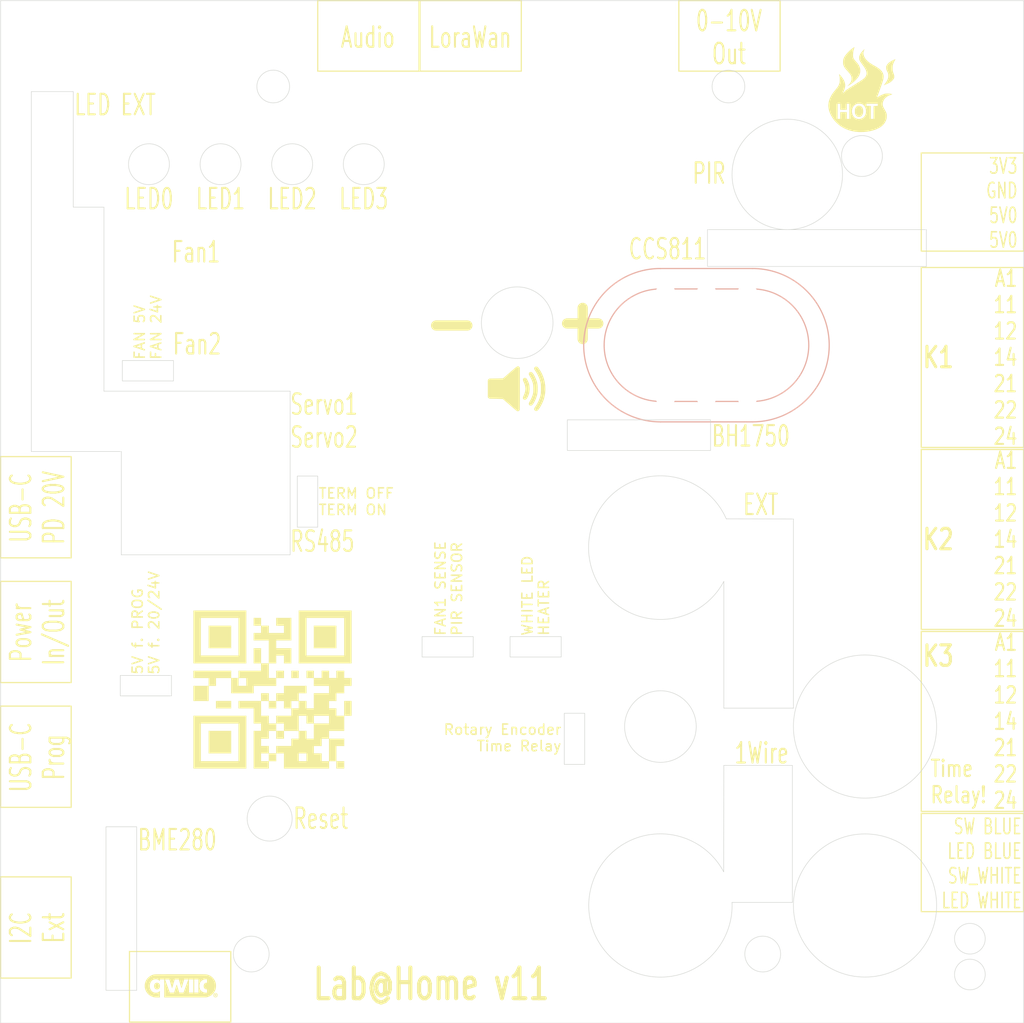
<source format=kicad_pcb>
(kicad_pcb (version 20211014) (generator pcbnew)
  (layers (0 "F.Cu" signal) (31 "B.Cu" signal) (34 "B.Paste" user) (35 "F.Paste" user) (36 "B.SilkS" user "B.Silkscreen") (37 "F.SilkS" user "F.Silkscreen") (38 "B.Mask" user) (39 "F.Mask" user) (44 "Edge.Cuts" user))
  (net 0 "")
  (footprint "liebler_DRAWINGS:QR_CODE_smopla_de" (layer "F.Cu") (at 76.6 117.4)
    (fp_text reference "G***" hide)
    (fp_text value "LOGO" hide)
  )
  (footprint "liebler_DRAWINGS:qwiic" (layer "F.Cu") (at 67.6 146.3)
    (fp_text reference "G***" hide)
    (fp_text value "LOGO" hide)
  )
  (footprint "liebler_DRAWINGS:hot" (layer "F.Cu") (at 134.2 58.7)
    (fp_text reference "G***" hide)
    (fp_text value "LOGO" hide)
  )
  (footprint "liebler_DRAWINGS:speaker" (layer "F.Cu") (at 100.4 87.9)
    (fp_text reference "G***" hide)
    (fp_text value "LOGO" hide)
  )
  (footprint "liebler_MECH:SPEAKER_2415" (layer "B.Cu") (at 119 83.7 90)
    (fp_text reference "REF**" hide)
    (fp_text value "SPEAKER_2415" hide)
    (pad "" np_thru_hole circle locked (at -5 -4 90) (size 2 2) (drill 2) (layers *.Cu *.Mask))
    (pad "" np_thru_hole circle locked (at -2.5 -8 90) (size 2 2) (drill 2) (layers *.Cu *.Mask))
    (pad "" np_thru_hole circle locked (at -5 4 90) (size 2 2) (drill 2) (layers *.Cu *.Mask))
    (pad "" np_thru_hole circle locked (at -3.75 -6 90) (size 2 2) (drill 2) (layers *.Cu *.Mask))
    (pad "" np_thru_hole circle locked (at -3.75 -2 90) (size 2 2) (drill 2) (layers *.Cu *.Mask))
    (pad "" np_thru_hole circle locked (at 2.5 4 90) (size 2 2) (drill 2) (layers *.Cu *.Mask))
    (pad "" np_thru_hole circle locked (at 0 -8 90) (size 2 2) (drill 2) (layers *.Cu *.Mask))
    (pad "" np_thru_hole circle locked (at 0 8 90) (size 2 2) (drill 2) (layers *.Cu *.Mask))
    (pad "" np_thru_hole circle locked (at -2.5 0 90) (size 2 2) (drill 2) (layers *.Cu *.Mask))
    (pad "" np_thru_hole circle locked (at 5 4 90) (size 2 2) (drill 2) (layers *.Cu *.Mask))
    (pad "" np_thru_hole circle locked (at 0 4 90) (size 2 2) (drill 2) (layers *.Cu *.Mask))
    (pad "" np_thru_hole circle locked (at 1.25 -2 90) (size 2 2) (drill 2) (layers *.Cu *.Mask))
    (pad "" np_thru_hole circle locked (at -1.25 -2 90) (size 2 2) (drill 2) (layers *.Cu *.Mask))
    (pad "" np_thru_hole circle locked (at 0 -4 90) (size 2 2) (drill 2) (layers *.Cu *.Mask))
    (pad "" np_thru_hole circle locked (at 1.25 2 90) (size 2 2) (drill 2) (layers *.Cu *.Mask))
    (pad "" np_thru_hole circle locked (at 5 0 90) (size 2 2) (drill 2) (layers *.Cu *.Mask))
    (pad "" np_thru_hole circle locked (at 2.5 -4 90) (size 2 2) (drill 2) (layers *.Cu *.Mask))
    (pad "" np_thru_hole circle locked (at -1.25 2 90) (size 2 2) (drill 2) (layers *.Cu *.Mask))
    (pad "" np_thru_hole circle locked (at 1.25 -6 90) (size 2 2) (drill 2) (layers *.Cu *.Mask))
    (pad "" np_thru_hole circle locked (at -1.25 -6 90) (size 2 2) (drill 2) (layers *.Cu *.Mask))
    (pad "" np_thru_hole circle locked (at -3.75 2 90) (size 2 2) (drill 2) (layers *.Cu *.Mask))
    (pad "" np_thru_hole circle locked (at 0 0 90) (size 2 2) (drill 2) (layers *.Cu *.Mask))
    (pad "" np_thru_hole circle locked (at -2.5 4 90) (size 2 2) (drill 2) (layers *.Cu *.Mask))
    (pad "" np_thru_hole circle locked (at 5 -4 90) (size 2 2) (drill 2) (layers *.Cu *.Mask))
    (pad "" np_thru_hole circle locked (at 3.75 2 90) (size 2 2) (drill 2) (layers *.Cu *.Mask))
    (pad "" np_thru_hole circle locked (at 3.75 -2 90) (size 2 2) (drill 2) (layers *.Cu *.Mask))
    (pad "" np_thru_hole circle locked (at 1.25 6 90) (size 2 2) (drill 2) (layers *.Cu *.Mask))
    (pad "" np_thru_hole circle locked (at -1.25 6 90) (size 2 2) (drill 2) (layers *.Cu *.Mask))
    (pad "" np_thru_hole circle locked (at -3.75 6 90) (size 2 2) (drill 2) (layers *.Cu *.Mask))
    (pad "" np_thru_hole circle locked (at -5 0 90) (size 2 2) (drill 2) (layers *.Cu *.Mask))
    (pad "" np_thru_hole circle locked (at 3.75 -6 90) (size 2 2) (drill 2) (layers *.Cu *.Mask))
    (pad "" np_thru_hole circle locked (at 3.75 6 90) (size 2 2) (drill 2) (layers *.Cu *.Mask))
    (pad "" np_thru_hole circle locked (at -2.5 8 90) (size 2 2) (drill 2) (layers *.Cu *.Mask))
    (pad "" np_thru_hole circle locked (at -2.5 -4 90) (size 2 2) (drill 2) (layers *.Cu *.Mask))
    (pad "" np_thru_hole circle locked (at 2.5 8 90) (size 2 2) (drill 2) (layers *.Cu *.Mask))
    (pad "" np_thru_hole circle locked (at 2.5 -8 90) (size 2 2) (drill 2) (layers *.Cu *.Mask))
    (pad "" np_thru_hole circle locked (at 2.5 0 90) (size 2 2) (drill 2) (layers *.Cu *.Mask))
  )
  (gr_rect (start 50 106.8) (end 56.9 116.7) (layer "F.SilkS") (width 0.12) (fill none))
  (gr_rect (start 150 139.1) (end 140 129.5) (layer "F.SilkS") (width 0.12) (fill none))
  (gr_rect (start 150 111.7) (end 140 129.3) (layer "F.SilkS") (width 0.12) (fill none))
  (gr_rect (start 150 74.5) (end 140 64.9) (layer "F.SilkS") (width 0.12) (fill none))
  (gr_rect (start 126.2 50) (end 116.3 56.9) (layer "F.SilkS") (width 0.12) (fill none))
  (gr_rect (start 50 94.6) (end 56.9 104.5) (layer "F.SilkS") (width 0.12) (fill none))
  (gr_rect (start 90.9 50) (end 81 56.9) (layer "F.SilkS") (width 0.12) (fill none))
  (gr_rect (start 72.5 143) (end 62.6 149.9) (layer "F.SilkS") (width 0.12) (fill none))
  (gr_rect (start 50 119) (end 56.9 128.9) (layer "F.SilkS") (width 0.12) (fill none))
  (gr_rect (start 150 76.1) (end 140 93.7) (layer "F.SilkS") (width 0.12) (fill none))
  (gr_rect (start 150 93.9) (end 140 111.5) (layer "F.SilkS") (width 0.12) (fill none))
  (gr_rect (start 50 135.7) (end 56.9 145.6) (layer "F.SilkS") (width 0.12) (fill none))
  (gr_rect (start 100.9 50) (end 91 56.9) (layer "F.SilkS") (width 0.12) (fill none))
  (gr_line (start 50 150) (end 50 50) (layer "Edge.Cuts") (width 0.05))
  (gr_circle (center 76.3 130) (end 76.3 127.8) (layer "Edge.Cuts") (width 0.05) (fill none))
  (gr_line (start 57.1 58.9) (end 57.1 70.2) (layer "Edge.Cuts") (width 0.05))
  (gr_circle (center 144.75 145.25) (end 146.25 145.25) (layer "Edge.Cuts") (width 0.05) (fill none))
  (gr_line (start 78.3 88.2) (end 60.1 88.2) (layer "Edge.Cuts") (width 0.05))
  (gr_circle (center 64.5 66) (end 64.5 64) (layer "Edge.Cuts") (width 0.05) (fill none))
  (gr_arc (start 120.699999 106.8) (mid 107.481634 103.230681) (end 120.934659 100.684836) (layer "Edge.Cuts") (width 0.05))
  (gr_circle (center 71.5 66) (end 71.5 64) (layer "Edge.Cuts") (width 0.05) (fill none))
  (gr_circle (center 134.5 138.5) (end 141.5 138.5) (layer "Edge.Cuts") (width 0.05) (fill none))
  (gr_rect (start 61.9 87.2) (end 66.9 85.2) (layer "Edge.Cuts") (width 0.05) (fill none))
  (gr_line (start 78.3 88.2) (end 78.3 104.2) (layer "Edge.Cuts") (width 0.05))
  (gr_circle (center 76.65 58.4) (end 78.25 58.4) (layer "Edge.Cuts") (width 0.05) (fill none))
  (gr_line (start 120.699999 106.8) (end 120.7 119.2) (layer "Edge.Cuts") (width 0.05))
  (gr_circle (center 126.9 67) (end 132.3 67) (layer "Edge.Cuts") (width 0.05) (fill none))
  (gr_rect (start 105.1 119.7) (end 107.1 124.7) (layer "Edge.Cuts") (width 0.05) (fill none))
  (gr_line (start 60.1 70.2) (end 60.1 88.2) (layer "Edge.Cuts") (width 0.05))
  (gr_rect (start 61.7 116) (end 66.7 118) (layer "Edge.Cuts") (width 0.05) (fill none))
  (gr_rect (start 79 96.5) (end 81 101.5) (layer "Edge.Cuts") (width 0.05) (fill none))
  (gr_circle (center 134.5 121) (end 141.5 121) (layer "Edge.Cuts") (width 0.05) (fill none))
  (gr_line (start 53 58.9) (end 57.1 58.9) (layer "Edge.Cuts") (width 0.05))
  (gr_line (start 120.7 119.2) (end 127.5 119.2) (layer "Edge.Cuts") (width 0.05))
  (gr_line (start 127.4 124.8) (end 127.4 138.2) (layer "Edge.Cuts") (width 0.05))
  (gr_rect (start 91.2 112.2) (end 96.2 114.2) (layer "Edge.Cuts") (width 0.05) (fill none))
  (gr_line (start 120.684899 135.208038) (end 120.7 124.8) (layer "Edge.Cuts") (width 0.05))
  (gr_rect (start 99.8 112.2) (end 104.8 114.2) (layer "Edge.Cuts") (width 0.05) (fill none))
  (gr_circle (center 124.5 143.25) (end 124.5 141.5) (layer "Edge.Cuts") (width 0.05) (fill none))
  (gr_circle (center 100.5 81.5) (end 104 81.5) (layer "Edge.Cuts") (width 0.05) (fill none))
  (gr_circle (center 144.75 141.75) (end 146.25 141.75) (layer "Edge.Cuts") (width 0.05) (fill none))
  (gr_line (start 61.8 94.1) (end 53 94.1) (layer "Edge.Cuts") (width 0.05))
  (gr_line (start 127.5 100.7) (end 120.934659 100.684836) (layer "Edge.Cuts") (width 0.05))
  (gr_circle (center 85.5 66) (end 85.5 64) (layer "Edge.Cuts") (width 0.05) (fill none))
  (gr_line (start 120.7 124.8) (end 127.4 124.8) (layer "Edge.Cuts") (width 0.05))
  (gr_circle (center 134.2 65.2) (end 136.2 65.2) (layer "Edge.Cuts") (width 0.05) (fill none))
  (gr_circle (center 74.5 143.25) (end 74.5 141.5) (layer "Edge.Cuts") (width 0.05) (fill none))
  (gr_line (start 127.4 138.2) (end 121.499999 138.2) (layer "Edge.Cuts") (width 0.05))
  (gr_rect (start 60.3 130.8) (end 63.3 146.8) (layer "Edge.Cuts") (width 0.05) (fill none))
  (gr_line (start 50 50) (end 150 50) (layer "Edge.Cuts") (width 0.05))
  (gr_line (start 60.1 70.2) (end 57.1 70.2) (layer "Edge.Cuts") (width 0.05))
  (gr_rect (start 119.1 72.4) (end 140.5 76) (layer "Edge.Cuts") (width 0.05) (fill none))
  (gr_circle (center 78.5 66) (end 78.5 64) (layer "Edge.Cuts") (width 0.05) (fill none))
  (gr_line (start 78.3 104.2) (end 61.8 104.2) (layer "Edge.Cuts") (width 0.05))
  (gr_circle (center 114.5 121) (end 118 121) (layer "Edge.Cuts") (width 0.05) (fill none))
  (gr_rect (start 105.4 91) (end 119.4 94) (layer "Edge.Cuts") (width 0.05) (fill none))
  (gr_line (start 150 150) (end 50 150) (layer "Edge.Cuts") (width 0.05))
  (gr_circle (center 121.15 58.4) (end 122.75 58.4) (layer "Edge.Cuts") (width 0.05) (fill none))
  (gr_line (start 53 94.1) (end 53 58.9) (layer "Edge.Cuts") (width 0.05))
  (gr_line (start 127.5 119.2) (end 127.5 100.7) (layer "Edge.Cuts") (width 0.05))
  (gr_arc (start 121.499999 138.2) (mid 107.739945 140.34164) (end 120.684899 135.208038) (layer "Edge.Cuts") (width 0.05))
  (gr_line (start 61.8 104.2) (end 61.8 94.1) (layer "Edge.Cuts") (width 0.05))
  (gr_line (start 150 50) (end 150 150) (layer "Edge.Cuts") (width 0.05))
  (gr_text "K3" (at 140 114.1) (layer "F.SilkS") (effects (font (size 2 1.5) (thickness 0.3)) (justify left)))
  (gr_text "LED2" (at 78.5 69.4) (layer "F.SilkS") (effects (font (size 2 1.3) (thickness 0.2))))
  (gr_text "+" (at 106.9 81.3) (layer "F.SilkS") (effects (font (size 4 4) (thickness 1))))
  (gr_text "WHITE LED\nHEATER" (at 102.3 112.2 90) (layer "F.SilkS") (effects (font (size 1 1)) (justify left)))
  (gr_text "RS485" (at 78.2 102.9) (layer "F.SilkS") (effects (font (size 2 1.3) (thickness 0.2)) (justify left)))
  (gr_text "LED3" (at 85.5 69.4) (layer "F.SilkS") (effects (font (size 2 1.3) (thickness 0.2))))
  (gr_text "K2" (at 140 102.7) (layer "F.SilkS") (effects (font (size 2 1.5) (thickness 0.3)) (justify left)))
  (gr_text "FAN 5V\nFAN 24V" (at 64.4 85.2 90) (layer "F.SilkS") (effects (font (size 1 1)) (justify left)))
  (gr_text "LoraWan" (at 95.9 53.6) (layer "F.SilkS") (effects (font (size 2 1.3) (thickness 0.2))))
  (gr_text "CCS811" (at 119.1 74.3) (layer "F.SilkS") (effects (font (size 2 1.3) (thickness 0.2)) (justify right)))
  (gr_text "5V f. PROG\n5V f. 20/24V" (at 64.2 116 90) (layer "F.SilkS") (effects (font (size 1 1)) (justify left)))
  (gr_text "FAN1 SENSE\nPIR SENSOR" (at 93.8 112.2 90) (layer "F.SilkS") (effects (font (size 1 1)) (justify left)))
  (gr_text "Rotary Encoder\nTime Relay" (at 104.9 122.1) (layer "F.SilkS") (effects (font (size 1 1)) (justify right)))
  (gr_text "Fan2" (at 69.2 83.6) (layer "F.SilkS") (effects (font (size 2 1.3) (thickness 0.2))))
  (gr_text "Audio" (at 85.9 53.6) (layer "F.SilkS") (effects (font (size 2 1.3) (thickness 0.2))))
  (gr_text "-" (at 94.1 81.5) (layer "F.SilkS") (effects (font (size 4 4) (thickness 1))))
  (gr_text "I2C\nExt" (at 53.6 140.7 90) (layer "F.SilkS") (effects (font (size 2 1.3) (thickness 0.2))))
  (gr_text "Servo1\nServo2" (at 78.2 91.1) (layer "F.SilkS") (effects (font (size 2 1.3) (thickness 0.2)) (justify left)))
  (gr_text "USB-C\nPD 20V" (at 53.6 99.6 90) (layer "F.SilkS") (effects (font (size 2 1.3) (thickness 0.2))))
  (gr_text "1Wire" (at 124.4 123.6) (layer "F.SilkS") (effects (font (size 2 1.3) (thickness 0.2))))
  (gr_text "0-10V\nOut" (at 121.2 53.6) (layer "F.SilkS") (effects (font (size 2 1.3) (thickness 0.2))))
  (gr_text "A1\n11\n12\n14\n21\n22\n24" (at 149.5 102.7) (layer "F.SilkS") (effects (font (size 1.6 1.2) (thickness 0.2)) (justify right)))
  (gr_text "TERM OFF\nTERM ON" (at 81 99) (layer "F.SilkS") (effects (font (size 1 1)) (justify left)))
  (gr_text "BME280" (at 63.3 132.1) (layer "F.SilkS") (effects (font (size 2 1.3) (thickness 0.2)) (justify left)))
  (gr_text "A1\n11\n12\n14\n21\n22\n24" (at 149.5 84.9) (layer "F.SilkS") (effects (font (size 1.6 1.2) (thickness 0.2)) (justify right)))
  (gr_text "EXT" (at 124.3 99.3) (layer "F.SilkS") (effects (font (size 2 1.3) (thickness 0.2))))
  (gr_text "LED EXT" (at 57.1 60.2) (layer "F.SilkS") (effects (font (size 2 1.3) (thickness 0.2)) (justify left)))
  (gr_text "Lab@Home v11" (at 92.1 146.2) (layer "F.SilkS") (effects (font (size 3 2) (thickness 0.4))))
  (gr_text "Power\nIn/Out" (at 53.6 111.8 90) (layer "F.SilkS") (effects (font (size 2 1.3) (thickness 0.2))))
  (gr_text "LED0" (at 64.5 69.4) (layer "F.SilkS") (effects (font (size 2 1.3) (thickness 0.2))))
  (gr_text "Reset" (at 78.5 130) (layer "F.SilkS") (effects (font (size 2 1.3) (thickness 0.2)) (justify left)))
  (gr_text "SW BLUE\nLED BLUE\nSW_WHITE\nLED WHITE" (at 149.9 134.4) (layer "F.SilkS") (effects (font (size 1.5 1)) (justify right)))
  (gr_text "K1" (at 140 84.9) (layer "F.SilkS") (effects (font (size 2 1.5) (thickness 0.3)) (justify left)))
  (gr_text "PIR" (at 121 66.9) (layer "F.SilkS") (effects (font (size 2 1.3) (thickness 0.2)) (justify right)))
  (gr_text "USB-C\nProg" (at 53.6 124 90) (layer "F.SilkS") (effects (font (size 2 1.3) (thickness 0.2))))
  (gr_text "BH1750" (at 119.4 92.6) (layer "F.SilkS") (effects (font (size 2 1.3) (thickness 0.2)) (justify left)))
  (gr_text "Fan1" (at 69.1 74.6) (layer "F.SilkS") (effects (font (size 2 1.3) (thickness 0.2))))
  (gr_text "3V3\nGND\n5V0\n5V0" (at 149.5 69.8) (layer "F.SilkS") (effects (font (size 1.5 1)) (justify right)))
  (gr_text "Time\nRelay!" (at 140.8 126.4) (layer "F.SilkS") (effects (font (size 1.6 1.2) (thickness 0.2)) (justify left)))
  (gr_text "A1\n11\n12\n14\n21\n22\n24" (at 149.5 120.5) (layer "F.SilkS") (effects (font (size 1.6 1.2) (thickness 0.2)) (justify right)))
  (gr_text "LED1" (at 71.5 69.4) (layer "F.SilkS") (effects (font (size 2 1.3) (thickness 0.2))))
)
</source>
